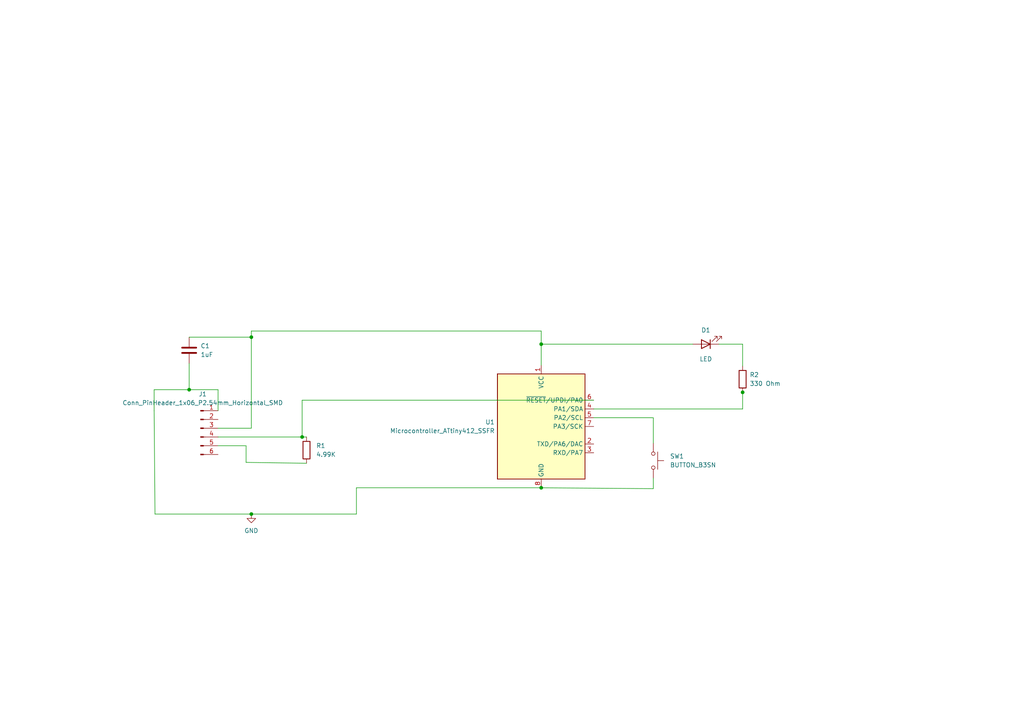
<source format=kicad_sch>
(kicad_sch (version 20211123) (generator eeschema)
  (paper "A4")
  (title_block (title "Hello_World_PCB") (date "2022-03-07"))
  (lib_symbols
    (symbol "Device:C" (pin_numbers hide) (pin_names (offset 0.254))
      (property "Reference" "C" (at 0.635 2.54 0))
      (property "Value" "C" (at 0.635 -2.54 0))
      (symbol "C_0_1"
        (polyline (pts (xy -2.032 -0.762) (xy 2.032 -0.762)) (stroke (width 0.508)))
        (polyline (pts (xy -2.032 0.762) (xy 2.032 0.762)) (stroke (width 0.508)))
      )
      (symbol "C_1_1"
        (pin passive line (at 0 3.81 270) (length 2.794) (name "~") (number "1"))
        (pin passive line (at 0 -3.81 90) (length 2.794) (name "~") (number "2"))
      )
    )
    (symbol "Device:LED" (pin_numbers hide) (pin_names (offset 1.016) hide)
      (property "Reference" "D" (at 0 2.54 0))
      (property "Value" "LED" (at 0 -2.54 0))
      (symbol "LED_0_1"
        (polyline (pts (xy -1.27 -1.27) (xy -1.27 1.27)) (stroke (width 0.254)))
        (polyline (pts (xy -1.27 0) (xy 1.27 0)))
        (polyline (pts (xy 1.27 -1.27) (xy 1.27 1.27) (xy -1.27 0) (xy 1.27 -1.27)) (stroke (width 0.254)))
        (polyline (pts (xy -3.048 -0.762) (xy -4.572 -2.286) (xy -3.81 -2.286) (xy -4.572 -2.286) (xy -4.572 -1.524)))
        (polyline (pts (xy -1.778 -0.762) (xy -3.302 -2.286) (xy -2.54 -2.286) (xy -3.302 -2.286) (xy -3.302 -1.524)))
      )
      (symbol "LED_1_1"
        (pin passive line (at -3.81 0 0) (length 2.54) (name "K") (number "1"))
        (pin passive line (at 3.81 0 180) (length 2.54) (name "A") (number "2"))
      )
    )
    (symbol "Device:R" (pin_numbers hide) (pin_names (offset 0))
      (property "Reference" "R" (at 2.032 0 90))
      (property "Value" "R" (at 0 0 90))
      (symbol "R_0_1"
        (rectangle (start -1.016 -2.54) (end 1.016 2.54) (stroke (width 0.254)))
      )
      (symbol "R_1_1"
        (pin passive line (at 0 3.81 270) (length 1.27) (name "~") (number "1"))
        (pin passive line (at 0 -3.81 90) (length 1.27) (name "~") (number "2"))
      )
    )
    (symbol "fab:BUTTON_B3SN" (pin_numbers hide) (pin_names (offset 1.016) hide)
      (property "Reference" "SW" (at 1.27 2.54 0))
      (property "Value" "BUTTON_B3SN" (at 0 -1.524 0))
      (symbol "BUTTON_B3SN_0_1"
        (circle (center -2.032 0) (radius 0.508))
        (polyline (pts (xy 0 1.27) (xy 0 3.048)))
        (polyline (pts (xy 2.54 1.27) (xy -2.54 1.27)))
        (circle (center 2.032 0) (radius 0.508))
        (pin passive line (at -5.08 0 0) (length 2.54) (name "1") (number "1"))
        (pin passive line (at 5.08 0 180) (length 2.54) (name "2") (number "2"))
      )
    )
    (symbol "fab:Conn_PinHeader_1x06_P2.54mm_Horizontal_SMD" (pin_names (offset 1.016) hide)
      (property "Reference" "J" (at 0 7.62 0))
      (property "Value" "Conn_PinHeader_1x06_P2.54mm_Horizontal_SMD" (at 0 -10.16 0))
      (symbol "Conn_PinHeader_1x06_P2.54mm_Horizontal_SMD_1_1"
        (polyline (pts (xy 1.27 -7.62) (xy 0.8636 -7.62)) (stroke (width 0.1524)))
        (polyline (pts (xy 1.27 -5.08) (xy 0.8636 -5.08)) (stroke (width 0.1524)))
        (polyline (pts (xy 1.27 -2.54) (xy 0.8636 -2.54)) (stroke (width 0.1524)))
        (polyline (pts (xy 1.27 0) (xy 0.8636 0)) (stroke (width 0.1524)))
        (polyline (pts (xy 1.27 2.54) (xy 0.8636 2.54)) (stroke (width 0.1524)))
        (polyline (pts (xy 1.27 5.08) (xy 0.8636 5.08)) (stroke (width 0.1524)))
        (rectangle (start 0.8636 -7.493) (end 0 -7.747) (stroke (width 0.1524)) (fill (type outline)))
        (rectangle (start 0.8636 -4.953) (end 0 -5.207) (stroke (width 0.1524)) (fill (type outline)))
        (rectangle (start 0.8636 -2.413) (end 0 -2.667) (stroke (width 0.1524)) (fill (type outline)))
        (rectangle (start 0.8636 0.127) (end 0 -0.127) (stroke (width 0.1524)) (fill (type outline)))
        (rectangle (start 0.8636 2.667) (end 0 2.413) (stroke (width 0.1524)) (fill (type outline)))
        (rectangle (start 0.8636 5.207) (end 0 4.953) (stroke (width 0.1524)) (fill (type outline)))
        (pin passive line (at 5.08 5.08 180) (length 3.81) (name "Pin_1") (number "1"))
        (pin passive line (at 5.08 2.54 180) (length 3.81) (name "Pin_2") (number "2"))
        (pin passive line (at 5.08 0 180) (length 3.81) (name "Pin_3") (number "3"))
        (pin passive line (at 5.08 -2.54 180) (length 3.81) (name "Pin_4") (number "4"))
        (pin passive line (at 5.08 -5.08 180) (length 3.81) (name "Pin_5") (number "5"))
        (pin passive line (at 5.08 -7.62 180) (length 3.81) (name "Pin_6") (number "6"))
      )
    )
    (symbol "fab:Microcontroller_ATtiny412_SSFR"
      (property "Reference" "U" (at -12.7 17.78 0))
      (property "Value" "Microcontroller_ATtiny412_SSFR" (at 2.54 17.78 0))
      (symbol "Microcontroller_ATtiny412_SSFR_0_1"
        (rectangle (start -12.7 -15.24) (end 12.7 15.24) (stroke (width 0.254)) (fill (type background)))
      )
      (symbol "Microcontroller_ATtiny412_SSFR_1_1"
        (pin power_in line (at 0 17.78 270) (length 2.54) (name "VCC") (number "1"))
        (pin bidirectional line (at 15.24 -5.08 180) (length 2.54) (name "TXD/PA6/DAC") (number "2"))
        (pin bidirectional line (at 15.24 -7.62 180) (length 2.54) (name "RXD/PA7") (number "3"))
        (pin bidirectional line (at 15.24 5.08 180) (length 2.54) (name "PA1/SDA") (number "4"))
        (pin bidirectional line (at 15.24 2.54 180) (length 2.54) (name "PA2/SCL") (number "5"))
        (pin bidirectional line (at 15.24 7.62 180) (length 2.54) (name "~{RESET}/UPDI/PA0") (number "6"))
        (pin bidirectional line (at 15.24 0 180) (length 2.54) (name "PA3/SCK") (number "7"))
        (pin power_in line (at 0 -17.78 90) (length 2.54) (name "GND") (number "8"))
      )
    )
    (symbol "power:GND" (power) (pin_names (offset 0))
      (property "Value" "GND" (at 0 -3.81 0))
      (symbol "GND_0_1"
        (polyline (pts (xy 0 0) (xy 0 -1.27) (xy 1.27 -1.27) (xy 0 -2.54) (xy -1.27 -1.27) (xy 0 -1.27)))
      )
      (symbol "GND_1_1"
        (pin power_in line (at 0 0 270) (length 0) hide (name "GND") (number "1"))
      )
    )
  )
  (junction (at 72.898 97.79))
  (junction (at 156.972 141.478))
  (junction (at 72.898 149.098))
  (junction (at 87.63 126.746))
  (junction (at 215.392 113.792))
  (junction (at 156.972 99.822))
  (junction (at 54.864 113.03))
  (wire (pts (xy 44.704 119.126) (xy 44.958 149.098)))
  (wire (pts (xy 54.864 105.41) (xy 54.864 113.03)))
  (wire (pts (xy 172.212 121.158) (xy 189.484 121.158)))
  (wire (pts (xy 156.972 99.822) (xy 156.972 105.918)))
  (wire (pts (xy 63.246 124.206) (xy 72.898 124.206)))
  (wire (pts (xy 63.246 126.746) (xy 87.63 126.746)))
  (wire (pts (xy 71.374 134.112) (xy 71.374 129.286)))
  (wire (pts (xy 189.484 138.684) (xy 189.484 141.732)))
  (wire (pts (xy 54.864 97.79) (xy 72.898 97.79)))
  (wire (pts (xy 63.246 129.286) (xy 71.374 129.286)))
  (wire (pts (xy 87.63 126.746) (xy 87.63 116.078)))
  (wire (pts (xy 87.63 126.746) (xy 88.9 126.746)))
  (wire (pts (xy 215.392 118.618) (xy 172.212 118.618)))
  (wire (pts (xy 208.534 99.822) (xy 215.392 99.822)))
  (wire (pts (xy 63.246 119.126) (xy 63.246 113.03)))
  (wire (pts (xy 215.392 113.792) (xy 215.392 118.618)))
  (wire (pts (xy 215.392 113.538) (xy 215.392 113.792)))
  (wire (pts (xy 44.704 113.03) (xy 44.704 119.126)))
  (wire (pts (xy 215.392 99.822) (xy 215.392 106.172)))
  (wire (pts (xy 103.378 141.478) (xy 156.972 141.478)))
  (wire (pts (xy 72.898 97.79) (xy 72.898 96.012)))
  (wire (pts (xy 156.972 96.012) (xy 156.972 99.822)))
  (wire (pts (xy 54.864 113.03) (xy 44.704 113.03)))
  (wire (pts (xy 72.898 96.012) (xy 156.972 96.012)))
  (wire (pts (xy 72.898 124.206) (xy 72.898 97.79)))
  (wire (pts (xy 44.958 149.098) (xy 72.898 149.098)))
  (wire (pts (xy 156.972 99.822) (xy 200.914 99.822)))
  (wire (pts (xy 156.972 141.478) (xy 189.484 141.732)))
  (wire (pts (xy 88.9 134.366) (xy 71.374 134.112)))
  (wire (pts (xy 72.898 149.098) (xy 103.378 149.098)))
  (wire (pts (xy 189.484 121.158) (xy 189.484 128.524)))
  (wire (pts (xy 87.63 116.078) (xy 172.212 116.078)))
  (wire (pts (xy 103.378 149.098) (xy 103.378 141.478)))
  (wire (pts (xy 63.246 113.03) (xy 54.864 113.03)))
  (symbol (lib_id "Device:LED") (at 204.724 99.822 180) (unit 1)
    (property "Reference" "D1" (at 204.724 95.758 0))
    (property "Value" "LED" (at 204.724 104.14 0))
    (property "Footprint" "fab:LED_1206" (effects hide))
  )
  (symbol (lib_id "Device:C") (at 54.864 101.6 0) (unit 1)
    (property "Reference" "C1" (at 58.166 100.3299 0) (effects (justify left)))
    (property "Value" "1uF" (at 58.166 102.8699 0) (effects (justify left)))
    (property "Footprint" "fab:C_1206" (effects hide))
  )
  (symbol (lib_id "Device:R") (at 215.392 109.982 180) (unit 1)
    (property "Reference" "R2" (at 217.424 108.7119 0) (effects (justify right)))
    (property "Value" "330 Ohm" (at 217.424 111.2519 0) (effects (justify right)))
    (property "Footprint" "fab:R_1206" (effects hide))
  )
  (symbol (lib_id "fab:Conn_PinHeader_1x06_P2.54mm_Horizontal_SMD") (at 58.166 124.206 0) (unit 1)
    (property "Reference" "J1" (at 58.801 114.3 0))
    (property "Value" "Conn_PinHeader_1x06_P2.54mm_Horizontal_SMD" (at 58.801 116.84 0))
    (property "Footprint" "fab:PinHeader_1x06_P2.54mm_Horizontal_SMD" (effects hide))
  )
  (symbol (lib_id "fab:BUTTON_B3SN") (at 189.484 133.604 270) (unit 1)
    (property "Reference" "SW1" (at 194.31 132.3339 90) (effects (justify left)))
    (property "Value" "BUTTON_B3SN" (at 194.31 134.8739 90) (effects (justify left)))
    (property "Footprint" "fab:Button_Omron_B3SN_6x6mm" (effects hide))
    (property "Datasheet" "https://omronfs.omron.com/en_US/ecb/products/pdf/en-b3sn.pdf" (effects hide))
  )
  (symbol (lib_id "fab:Microcontroller_ATtiny412_SSFR") (at 156.972 123.698 0) (unit 1)
    (property "Reference" "U1" (at 143.51 122.4279 0) (effects (justify right)))
    (property "Value" "Microcontroller_ATtiny412_SSFR" (at 143.51 124.9679 0) (effects (justify right)))
    (property "Footprint" "fab:SOIC-8_3.9x4.9mm_P1.27mm" (effects hide))
    (property "Datasheet" "http://ww1.microchip.com/downloads/en/DeviceDoc/40001911A.pdf" (effects hide))
  )
  (symbol (lib_id "power:GND") (at 72.898 149.098 0) (unit 1)
    (property "Reference" "#PWR02" (effects hide))
    (property "Value" "GND" (at 72.898 153.924 0))
  )
  (symbol (lib_id "Device:R") (at 88.9 130.556 180) (unit 1)
    (property "Reference" "R1" (at 91.694 129.2859 0) (effects (justify right)))
    (property "Value" "4.99K" (at 91.694 131.8259 0) (effects (justify right)))
    (property "Footprint" "fab:R_1206" (effects hide))
  )
)
</source>
